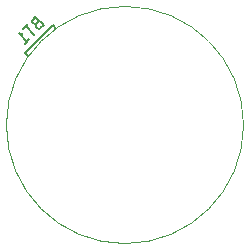
<source format=gbo>
G04 #@! TF.FileFunction,Legend,Bot*
%FSLAX46Y46*%
G04 Gerber Fmt 4.6, Leading zero omitted, Abs format (unit mm)*
G04 Created by KiCad (PCBNEW 4.0.7) date 09/06/18 00:21:24*
%MOMM*%
%LPD*%
G01*
G04 APERTURE LIST*
%ADD10C,0.100000*%
%ADD11C,0.150000*%
%ADD12C,20.000000*%
%ADD13R,2.200000X2.200000*%
%ADD14C,2.200000*%
%ADD15C,1.800000*%
%ADD16O,1.800000X1.800000*%
G04 APERTURE END LIST*
D10*
D11*
X161427967Y-84562834D02*
X161158559Y-84293426D01*
X161158559Y-84293426D02*
X163493426Y-81958559D01*
X163493426Y-81958559D02*
X163762834Y-82227967D01*
X179600000Y-90400000D02*
G75*
G03X179600000Y-90400000I-10000000J0D01*
G01*
X162112648Y-81801480D02*
X162045304Y-81936167D01*
X162045305Y-82003511D01*
X162078977Y-82104527D01*
X162179992Y-82205542D01*
X162281007Y-82239213D01*
X162348350Y-82239213D01*
X162449366Y-82205542D01*
X162718740Y-81936167D01*
X162011633Y-81229060D01*
X161775931Y-81464763D01*
X161742259Y-81565778D01*
X161742259Y-81633122D01*
X161775931Y-81734137D01*
X161843274Y-81801480D01*
X161944289Y-81835152D01*
X162011633Y-81835152D01*
X162112648Y-81801480D01*
X162348350Y-81565778D01*
X161405542Y-81835152D02*
X161001480Y-82239213D01*
X161910618Y-82744289D02*
X161203511Y-82037182D01*
X161102496Y-83552412D02*
X161506557Y-83148350D01*
X161304527Y-83350381D02*
X160597420Y-82643274D01*
X160765778Y-82676946D01*
X160900465Y-82676946D01*
X161001480Y-82643274D01*
%LPC*%
D10*
G36*
X161998602Y-102526881D02*
X157473119Y-98001398D01*
X160230836Y-95243681D01*
X164756319Y-99769164D01*
X161998602Y-102526881D01*
X161998602Y-102526881D01*
G37*
D12*
X169600000Y-90400000D03*
D10*
G36*
X178969164Y-85556319D02*
X174443681Y-81030836D01*
X177201398Y-78273119D01*
X181726881Y-82798602D01*
X178969164Y-85556319D01*
X178969164Y-85556319D01*
G37*
D13*
X162500000Y-64500000D03*
D14*
X165040000Y-64500000D03*
D13*
X171500000Y-64500000D03*
D14*
X174040000Y-64500000D03*
D15*
X158500000Y-57250000D03*
D16*
X158500000Y-64870000D03*
D15*
X164500000Y-57250000D03*
D16*
X172120000Y-57250000D03*
M02*

</source>
